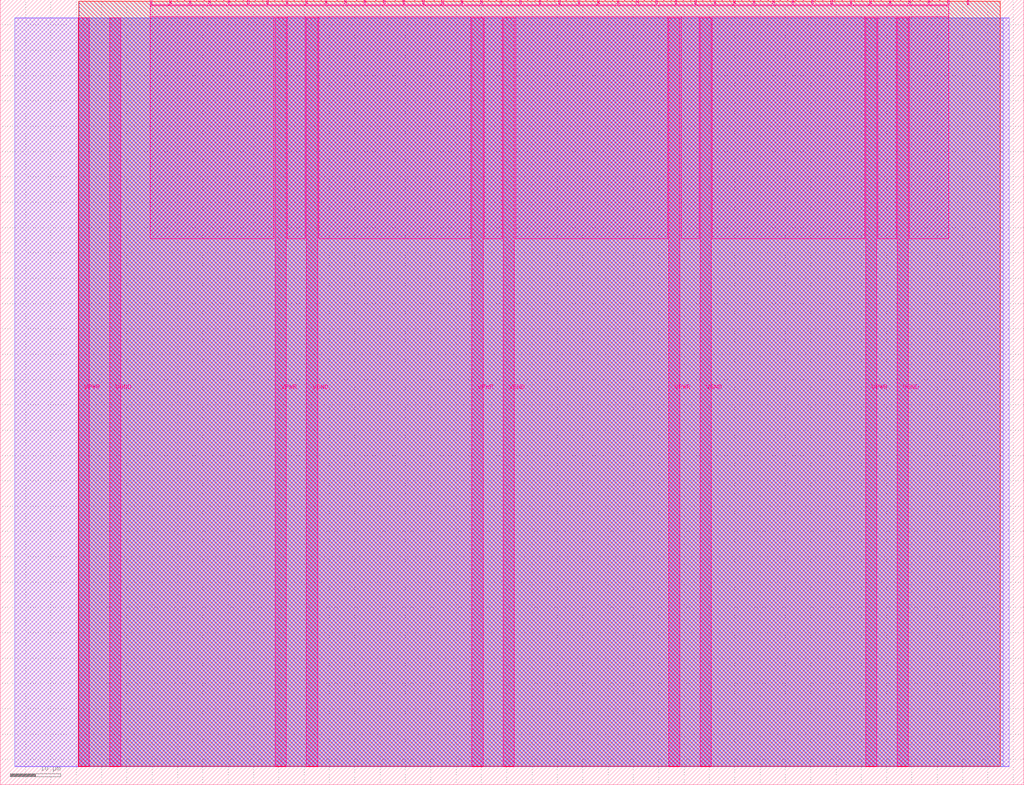
<source format=lef>
VERSION 5.7 ;
  NOWIREEXTENSIONATPIN ON ;
  DIVIDERCHAR "/" ;
  BUSBITCHARS "[]" ;
MACRO tt_um_Esteban_Oman_Mendoza_maze_2024_top
  CLASS BLOCK ;
  FOREIGN tt_um_Esteban_Oman_Mendoza_maze_2024_top ;
  ORIGIN 0.000 0.000 ;
  SIZE 202.080 BY 154.980 ;
  PIN VGND
    DIRECTION INOUT ;
    USE GROUND ;
    PORT
      LAYER Metal5 ;
        RECT 21.580 3.560 23.780 151.420 ;
    END
    PORT
      LAYER Metal5 ;
        RECT 60.450 3.560 62.650 151.420 ;
    END
    PORT
      LAYER Metal5 ;
        RECT 99.320 3.560 101.520 151.420 ;
    END
    PORT
      LAYER Metal5 ;
        RECT 138.190 3.560 140.390 151.420 ;
    END
    PORT
      LAYER Metal5 ;
        RECT 177.060 3.560 179.260 151.420 ;
    END
  END VGND
  PIN VPWR
    DIRECTION INOUT ;
    USE POWER ;
    PORT
      LAYER Metal5 ;
        RECT 15.380 3.560 17.580 151.420 ;
    END
    PORT
      LAYER Metal5 ;
        RECT 54.250 3.560 56.450 151.420 ;
    END
    PORT
      LAYER Metal5 ;
        RECT 93.120 3.560 95.320 151.420 ;
    END
    PORT
      LAYER Metal5 ;
        RECT 131.990 3.560 134.190 151.420 ;
    END
    PORT
      LAYER Metal5 ;
        RECT 170.860 3.560 173.060 151.420 ;
    END
  END VPWR
  PIN clk
    DIRECTION INPUT ;
    USE SIGNAL ;
    ANTENNAGATEAREA 0.213200 ;
    PORT
      LAYER Metal5 ;
        RECT 187.050 153.980 187.350 154.980 ;
    END
  END clk
  PIN ena
    DIRECTION INPUT ;
    USE SIGNAL ;
    PORT
      LAYER Metal5 ;
        RECT 190.890 153.980 191.190 154.980 ;
    END
  END ena
  PIN rst_n
    DIRECTION INPUT ;
    USE SIGNAL ;
    ANTENNAGATEAREA 0.213200 ;
    PORT
      LAYER Metal5 ;
        RECT 183.210 153.980 183.510 154.980 ;
    END
  END rst_n
  PIN ui_in[0]
    DIRECTION INPUT ;
    USE SIGNAL ;
    ANTENNAGATEAREA 0.213200 ;
    PORT
      LAYER Metal5 ;
        RECT 179.370 153.980 179.670 154.980 ;
    END
  END ui_in[0]
  PIN ui_in[1]
    DIRECTION INPUT ;
    USE SIGNAL ;
    ANTENNAGATEAREA 0.180700 ;
    PORT
      LAYER Metal5 ;
        RECT 175.530 153.980 175.830 154.980 ;
    END
  END ui_in[1]
  PIN ui_in[2]
    DIRECTION INPUT ;
    USE SIGNAL ;
    ANTENNAGATEAREA 0.180700 ;
    PORT
      LAYER Metal5 ;
        RECT 171.690 153.980 171.990 154.980 ;
    END
  END ui_in[2]
  PIN ui_in[3]
    DIRECTION INPUT ;
    USE SIGNAL ;
    PORT
      LAYER Metal5 ;
        RECT 167.850 153.980 168.150 154.980 ;
    END
  END ui_in[3]
  PIN ui_in[4]
    DIRECTION INPUT ;
    USE SIGNAL ;
    PORT
      LAYER Metal5 ;
        RECT 164.010 153.980 164.310 154.980 ;
    END
  END ui_in[4]
  PIN ui_in[5]
    DIRECTION INPUT ;
    USE SIGNAL ;
    PORT
      LAYER Metal5 ;
        RECT 160.170 153.980 160.470 154.980 ;
    END
  END ui_in[5]
  PIN ui_in[6]
    DIRECTION INPUT ;
    USE SIGNAL ;
    PORT
      LAYER Metal5 ;
        RECT 156.330 153.980 156.630 154.980 ;
    END
  END ui_in[6]
  PIN ui_in[7]
    DIRECTION INPUT ;
    USE SIGNAL ;
    PORT
      LAYER Metal5 ;
        RECT 152.490 153.980 152.790 154.980 ;
    END
  END ui_in[7]
  PIN uio_in[0]
    DIRECTION INPUT ;
    USE SIGNAL ;
    PORT
      LAYER Metal5 ;
        RECT 148.650 153.980 148.950 154.980 ;
    END
  END uio_in[0]
  PIN uio_in[1]
    DIRECTION INPUT ;
    USE SIGNAL ;
    PORT
      LAYER Metal5 ;
        RECT 144.810 153.980 145.110 154.980 ;
    END
  END uio_in[1]
  PIN uio_in[2]
    DIRECTION INPUT ;
    USE SIGNAL ;
    PORT
      LAYER Metal5 ;
        RECT 140.970 153.980 141.270 154.980 ;
    END
  END uio_in[2]
  PIN uio_in[3]
    DIRECTION INPUT ;
    USE SIGNAL ;
    PORT
      LAYER Metal5 ;
        RECT 137.130 153.980 137.430 154.980 ;
    END
  END uio_in[3]
  PIN uio_in[4]
    DIRECTION INPUT ;
    USE SIGNAL ;
    PORT
      LAYER Metal5 ;
        RECT 133.290 153.980 133.590 154.980 ;
    END
  END uio_in[4]
  PIN uio_in[5]
    DIRECTION INPUT ;
    USE SIGNAL ;
    PORT
      LAYER Metal5 ;
        RECT 129.450 153.980 129.750 154.980 ;
    END
  END uio_in[5]
  PIN uio_in[6]
    DIRECTION INPUT ;
    USE SIGNAL ;
    PORT
      LAYER Metal5 ;
        RECT 125.610 153.980 125.910 154.980 ;
    END
  END uio_in[6]
  PIN uio_in[7]
    DIRECTION INPUT ;
    USE SIGNAL ;
    PORT
      LAYER Metal5 ;
        RECT 121.770 153.980 122.070 154.980 ;
    END
  END uio_in[7]
  PIN uio_oe[0]
    DIRECTION OUTPUT ;
    USE SIGNAL ;
    ANTENNADIFFAREA 0.392700 ;
    PORT
      LAYER Metal5 ;
        RECT 56.490 153.980 56.790 154.980 ;
    END
  END uio_oe[0]
  PIN uio_oe[1]
    DIRECTION OUTPUT ;
    USE SIGNAL ;
    ANTENNADIFFAREA 0.392700 ;
    PORT
      LAYER Metal5 ;
        RECT 52.650 153.980 52.950 154.980 ;
    END
  END uio_oe[1]
  PIN uio_oe[2]
    DIRECTION OUTPUT ;
    USE SIGNAL ;
    ANTENNADIFFAREA 0.392700 ;
    PORT
      LAYER Metal5 ;
        RECT 48.810 153.980 49.110 154.980 ;
    END
  END uio_oe[2]
  PIN uio_oe[3]
    DIRECTION OUTPUT ;
    USE SIGNAL ;
    ANTENNADIFFAREA 0.392700 ;
    PORT
      LAYER Metal5 ;
        RECT 44.970 153.980 45.270 154.980 ;
    END
  END uio_oe[3]
  PIN uio_oe[4]
    DIRECTION OUTPUT ;
    USE SIGNAL ;
    ANTENNADIFFAREA 0.392700 ;
    PORT
      LAYER Metal5 ;
        RECT 41.130 153.980 41.430 154.980 ;
    END
  END uio_oe[4]
  PIN uio_oe[5]
    DIRECTION OUTPUT ;
    USE SIGNAL ;
    ANTENNADIFFAREA 0.392700 ;
    PORT
      LAYER Metal5 ;
        RECT 37.290 153.980 37.590 154.980 ;
    END
  END uio_oe[5]
  PIN uio_oe[6]
    DIRECTION OUTPUT ;
    USE SIGNAL ;
    ANTENNADIFFAREA 0.392700 ;
    PORT
      LAYER Metal5 ;
        RECT 33.450 153.980 33.750 154.980 ;
    END
  END uio_oe[6]
  PIN uio_oe[7]
    DIRECTION OUTPUT ;
    USE SIGNAL ;
    ANTENNADIFFAREA 0.392700 ;
    PORT
      LAYER Metal5 ;
        RECT 29.610 153.980 29.910 154.980 ;
    END
  END uio_oe[7]
  PIN uio_out[0]
    DIRECTION OUTPUT ;
    USE SIGNAL ;
    ANTENNADIFFAREA 0.677200 ;
    PORT
      LAYER Metal5 ;
        RECT 87.210 153.980 87.510 154.980 ;
    END
  END uio_out[0]
  PIN uio_out[1]
    DIRECTION OUTPUT ;
    USE SIGNAL ;
    ANTENNADIFFAREA 0.677200 ;
    PORT
      LAYER Metal5 ;
        RECT 83.370 153.980 83.670 154.980 ;
    END
  END uio_out[1]
  PIN uio_out[2]
    DIRECTION OUTPUT ;
    USE SIGNAL ;
    ANTENNAGATEAREA 0.241800 ;
    ANTENNADIFFAREA 0.649200 ;
    PORT
      LAYER Metal5 ;
        RECT 79.530 153.980 79.830 154.980 ;
    END
  END uio_out[2]
  PIN uio_out[3]
    DIRECTION OUTPUT ;
    USE SIGNAL ;
    ANTENNAGATEAREA 0.725400 ;
    ANTENNADIFFAREA 0.837000 ;
    PORT
      LAYER Metal5 ;
        RECT 75.690 153.980 75.990 154.980 ;
    END
  END uio_out[3]
  PIN uio_out[4]
    DIRECTION OUTPUT ;
    USE SIGNAL ;
    ANTENNADIFFAREA 0.677200 ;
    PORT
      LAYER Metal5 ;
        RECT 71.850 153.980 72.150 154.980 ;
    END
  END uio_out[4]
  PIN uio_out[5]
    DIRECTION OUTPUT ;
    USE SIGNAL ;
    ANTENNADIFFAREA 0.392700 ;
    PORT
      LAYER Metal5 ;
        RECT 68.010 153.980 68.310 154.980 ;
    END
  END uio_out[5]
  PIN uio_out[6]
    DIRECTION OUTPUT ;
    USE SIGNAL ;
    ANTENNADIFFAREA 0.392700 ;
    PORT
      LAYER Metal5 ;
        RECT 64.170 153.980 64.470 154.980 ;
    END
  END uio_out[6]
  PIN uio_out[7]
    DIRECTION OUTPUT ;
    USE SIGNAL ;
    ANTENNADIFFAREA 0.392700 ;
    PORT
      LAYER Metal5 ;
        RECT 60.330 153.980 60.630 154.980 ;
    END
  END uio_out[7]
  PIN uo_out[0]
    DIRECTION OUTPUT ;
    USE SIGNAL ;
    ANTENNADIFFAREA 0.677200 ;
    PORT
      LAYER Metal5 ;
        RECT 117.930 153.980 118.230 154.980 ;
    END
  END uo_out[0]
  PIN uo_out[1]
    DIRECTION OUTPUT ;
    USE SIGNAL ;
    ANTENNADIFFAREA 0.677200 ;
    PORT
      LAYER Metal5 ;
        RECT 114.090 153.980 114.390 154.980 ;
    END
  END uo_out[1]
  PIN uo_out[2]
    DIRECTION OUTPUT ;
    USE SIGNAL ;
    ANTENNADIFFAREA 0.677200 ;
    PORT
      LAYER Metal5 ;
        RECT 110.250 153.980 110.550 154.980 ;
    END
  END uo_out[2]
  PIN uo_out[3]
    DIRECTION OUTPUT ;
    USE SIGNAL ;
    ANTENNADIFFAREA 0.677200 ;
    PORT
      LAYER Metal5 ;
        RECT 106.410 153.980 106.710 154.980 ;
    END
  END uo_out[3]
  PIN uo_out[4]
    DIRECTION OUTPUT ;
    USE SIGNAL ;
    ANTENNADIFFAREA 1.102800 ;
    PORT
      LAYER Metal5 ;
        RECT 102.570 153.980 102.870 154.980 ;
    END
  END uo_out[4]
  PIN uo_out[5]
    DIRECTION OUTPUT ;
    USE SIGNAL ;
    ANTENNADIFFAREA 0.677200 ;
    PORT
      LAYER Metal5 ;
        RECT 98.730 153.980 99.030 154.980 ;
    END
  END uo_out[5]
  PIN uo_out[6]
    DIRECTION OUTPUT ;
    USE SIGNAL ;
    ANTENNADIFFAREA 0.677200 ;
    PORT
      LAYER Metal5 ;
        RECT 94.890 153.980 95.190 154.980 ;
    END
  END uo_out[6]
  PIN uo_out[7]
    DIRECTION OUTPUT ;
    USE SIGNAL ;
    ANTENNADIFFAREA 0.392700 ;
    PORT
      LAYER Metal5 ;
        RECT 91.050 153.980 91.350 154.980 ;
    END
  END uo_out[7]
  OBS
      LAYER GatPoly ;
        RECT 2.880 3.630 199.200 151.350 ;
      LAYER Metal1 ;
        RECT 2.880 3.560 199.200 151.420 ;
      LAYER Metal2 ;
        RECT 15.515 3.680 198.035 151.300 ;
      LAYER Metal3 ;
        RECT 15.560 3.635 197.380 154.705 ;
      LAYER Metal4 ;
        RECT 15.515 3.680 197.425 154.660 ;
      LAYER Metal5 ;
        RECT 30.120 153.770 33.240 153.980 ;
        RECT 33.960 153.770 37.080 153.980 ;
        RECT 37.800 153.770 40.920 153.980 ;
        RECT 41.640 153.770 44.760 153.980 ;
        RECT 45.480 153.770 48.600 153.980 ;
        RECT 49.320 153.770 52.440 153.980 ;
        RECT 53.160 153.770 56.280 153.980 ;
        RECT 57.000 153.770 60.120 153.980 ;
        RECT 60.840 153.770 63.960 153.980 ;
        RECT 64.680 153.770 67.800 153.980 ;
        RECT 68.520 153.770 71.640 153.980 ;
        RECT 72.360 153.770 75.480 153.980 ;
        RECT 76.200 153.770 79.320 153.980 ;
        RECT 80.040 153.770 83.160 153.980 ;
        RECT 83.880 153.770 87.000 153.980 ;
        RECT 87.720 153.770 90.840 153.980 ;
        RECT 91.560 153.770 94.680 153.980 ;
        RECT 95.400 153.770 98.520 153.980 ;
        RECT 99.240 153.770 102.360 153.980 ;
        RECT 103.080 153.770 106.200 153.980 ;
        RECT 106.920 153.770 110.040 153.980 ;
        RECT 110.760 153.770 113.880 153.980 ;
        RECT 114.600 153.770 117.720 153.980 ;
        RECT 118.440 153.770 121.560 153.980 ;
        RECT 122.280 153.770 125.400 153.980 ;
        RECT 126.120 153.770 129.240 153.980 ;
        RECT 129.960 153.770 133.080 153.980 ;
        RECT 133.800 153.770 136.920 153.980 ;
        RECT 137.640 153.770 140.760 153.980 ;
        RECT 141.480 153.770 144.600 153.980 ;
        RECT 145.320 153.770 148.440 153.980 ;
        RECT 149.160 153.770 152.280 153.980 ;
        RECT 153.000 153.770 156.120 153.980 ;
        RECT 156.840 153.770 159.960 153.980 ;
        RECT 160.680 153.770 163.800 153.980 ;
        RECT 164.520 153.770 167.640 153.980 ;
        RECT 168.360 153.770 171.480 153.980 ;
        RECT 172.200 153.770 175.320 153.980 ;
        RECT 176.040 153.770 179.160 153.980 ;
        RECT 179.880 153.770 183.000 153.980 ;
        RECT 183.720 153.770 186.840 153.980 ;
        RECT 29.660 151.630 187.300 153.770 ;
        RECT 29.660 107.795 54.040 151.630 ;
        RECT 56.660 107.795 60.240 151.630 ;
        RECT 62.860 107.795 92.910 151.630 ;
        RECT 95.530 107.795 99.110 151.630 ;
        RECT 101.730 107.795 131.780 151.630 ;
        RECT 134.400 107.795 137.980 151.630 ;
        RECT 140.600 107.795 170.650 151.630 ;
        RECT 173.270 107.795 176.850 151.630 ;
        RECT 179.470 107.795 187.300 151.630 ;
  END
END tt_um_Esteban_Oman_Mendoza_maze_2024_top
END LIBRARY


</source>
